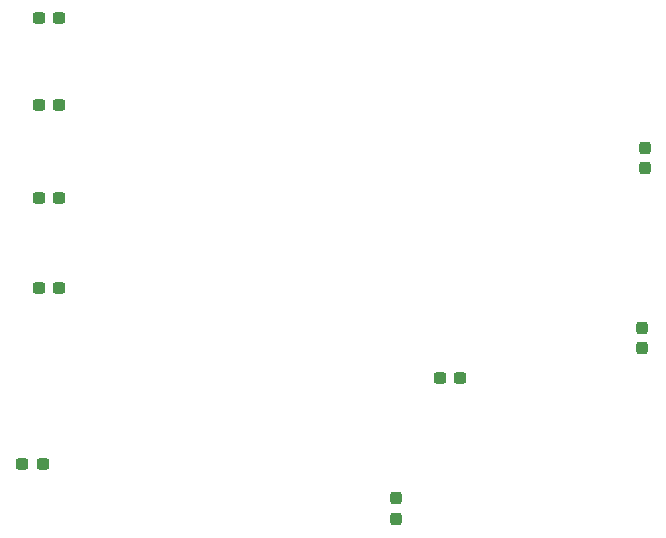
<source format=gtp>
G04 #@! TF.GenerationSoftware,KiCad,Pcbnew,6.0.9-8da3e8f707~116~ubuntu20.04.1*
G04 #@! TF.CreationDate,2022-12-14T15:49:57+01:00*
G04 #@! TF.ProjectId,z_adaptor,7a5f6164-6170-4746-9f72-2e6b69636164,rev?*
G04 #@! TF.SameCoordinates,Original*
G04 #@! TF.FileFunction,Paste,Top*
G04 #@! TF.FilePolarity,Positive*
%FSLAX46Y46*%
G04 Gerber Fmt 4.6, Leading zero omitted, Abs format (unit mm)*
G04 Created by KiCad (PCBNEW 6.0.9-8da3e8f707~116~ubuntu20.04.1) date 2022-12-14 15:49:57*
%MOMM*%
%LPD*%
G01*
G04 APERTURE LIST*
G04 Aperture macros list*
%AMRoundRect*
0 Rectangle with rounded corners*
0 $1 Rounding radius*
0 $2 $3 $4 $5 $6 $7 $8 $9 X,Y pos of 4 corners*
0 Add a 4 corners polygon primitive as box body*
4,1,4,$2,$3,$4,$5,$6,$7,$8,$9,$2,$3,0*
0 Add four circle primitives for the rounded corners*
1,1,$1+$1,$2,$3*
1,1,$1+$1,$4,$5*
1,1,$1+$1,$6,$7*
1,1,$1+$1,$8,$9*
0 Add four rect primitives between the rounded corners*
20,1,$1+$1,$2,$3,$4,$5,0*
20,1,$1+$1,$4,$5,$6,$7,0*
20,1,$1+$1,$6,$7,$8,$9,0*
20,1,$1+$1,$8,$9,$2,$3,0*%
G04 Aperture macros list end*
%ADD10RoundRect,0.237500X0.237500X-0.300000X0.237500X0.300000X-0.237500X0.300000X-0.237500X-0.300000X0*%
%ADD11RoundRect,0.237500X-0.300000X-0.237500X0.300000X-0.237500X0.300000X0.237500X-0.300000X0.237500X0*%
%ADD12RoundRect,0.237500X0.300000X0.237500X-0.300000X0.237500X-0.300000X-0.237500X0.300000X-0.237500X0*%
%ADD13RoundRect,0.237500X-0.237500X0.300000X-0.237500X-0.300000X0.237500X-0.300000X0.237500X0.300000X0*%
G04 APERTURE END LIST*
D10*
X165354000Y-68580000D03*
X165354000Y-66855000D03*
D11*
X114300000Y-48006000D03*
X116025000Y-48006000D03*
D12*
X149960500Y-71120000D03*
X148235500Y-71120000D03*
D13*
X144526000Y-81280000D03*
X144526000Y-83005000D03*
D10*
X165608000Y-53340000D03*
X165608000Y-51615000D03*
D11*
X114300000Y-63500000D03*
X116025000Y-63500000D03*
X114300000Y-40640000D03*
X116025000Y-40640000D03*
X112877600Y-78333600D03*
X114602600Y-78333600D03*
X114300000Y-55880000D03*
X116025000Y-55880000D03*
M02*

</source>
